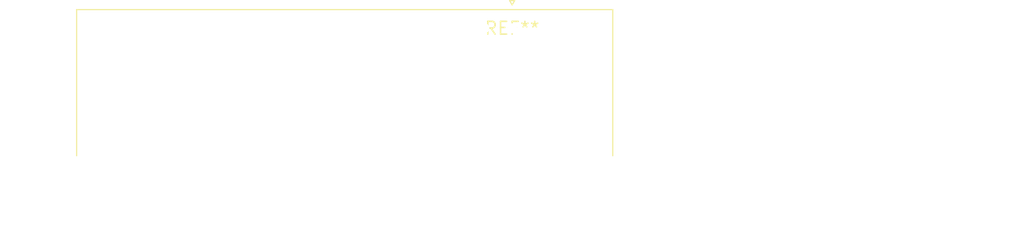
<source format=kicad_pcb>
(kicad_pcb (version 20240108) (generator pcbnew)
  (layers (0 "F.Cu" signal) (31 "B.Cu" signal) (34 "B.Paste" user) (35 "F.Paste" user) (36 "B.SilkS" user "B.Silkscreen") (37 "F.SilkS" user "F.Silkscreen") (38 "B.Mask" user) (39 "F.Mask" user) (44 "Edge.Cuts" user))
  (net 0 "")
  (footprint "DSUB-25_Female_Horizontal_P2.77x2.84mm_EdgePinOffset9.90mm_Housed_MountingHolesOffset11.32mm" (layer "F.Cu") (at 0 0)
    (property "Reference" "REF**")
    (property "Value" "DSUB-25_Female_Horizontal_P2.77x2.84mm_EdgePinOffset9.90mm_Housed_MountingHolesOffset11.32mm")
    (fp_line (start -43.23 -1.86) (end 9.99 -1.86) (layer "F.SilkS") (stroke (width 0.12)))
    (fp_line (start -43.23 12.68) (end -43.23 -1.86) (layer "F.SilkS") (stroke (width 0.12)))
    (fp_line (start -0.25 -2.754338) (end 0.25 -2.754338) (layer "F.SilkS") (stroke (width 0.12)))
    (fp_line (start 0 -2.321325) (end -0.25 -2.754338) (layer "F.SilkS") (stroke (width 0.12)))
    (fp_line (start 0.25 -2.754338) (end 0 -2.321325) (layer "F.SilkS") (stroke (width 0.12)))
    (fp_line (start 9.99 -1.86) (end 9.99 12.68) (layer "F.SilkS") (stroke (width 0.12)))
    (pad "0" thru_hole circle (at -40.17 1.42) (size 4 4) (drill 3.2) (layers *.Cu *.Mask) (remove_unused_layers))
    (pad "0" thru_hole circle (at 6.93 1.42) (size 4 4) (drill 3.2) (layers *.Cu *.Mask) (remove_unused_layers))
    (pad "1" thru_hole rect (at 0 0) (size 1.6 1.6) (drill 1) (layers *.Cu *.Mask) (remove_unused_layers))
    (pad "2" thru_hole circle (at -2.77 0) (size 1.6 1.6) (drill 1) (layers *.Cu *.Mask) (remove_unused_layers))
    (pad "3" thru_hole circle (at -5.54 0) (size 1.6 1.6) (drill 1) (layers *.Cu *.Mask) (remove_unused_layers))
    (pad "4" thru_hole circle (at -8.31 0) (size 1.6 1.6) (drill 1) (layers *.Cu *.Mask) (remove_unused_layers))
    (pad "5" thru_hole circle (at -11.08 0) (size 1.6 1.6) (drill 1) (layers *.Cu *.Mask) (remove_unused_layers))
    (pad "6" thru_hole circle (at -13.85 0) (size 1.6 1.6) (drill 1) (layers *.Cu *.Mask) (remove_unused_layers))
    (pad "7" thru_hole circle (at -16.62 0) (size 1.6 1.6) (drill 1) (layers *.Cu *.Mask) (remove_unused_layers))
    (pad "8" thru_hole circle (at -19.39 0) (size 1.6 1.6) (drill 1) (layers *.Cu *.Mask) (remove_unused_layers))
    (pad "9" thru_hole circle (at -22.16 0) (size 1.6 1.6) (drill 1) (layers *.Cu *.Mask) (remove_unused_layers))
    (pad "10" thru_hole circle (at -24.93 0) (size 1.6 1.6) (drill 1) (layers *.Cu *.Mask) (remove_unused_layers))
    (pad "11" thru_hole circle (at -27.7 0) (size 1.6 1.6) (drill 1) (layers *.Cu *.Mask) (remove_unused_layers))
    (pad "12" thru_hole circle (at -30.47 0) (size 1.6 1.6) (drill 1) (layers *.Cu *.Mask) (remove_unused_layers))
    (pad "13" thru_hole circle (at -33.24 0) (size 1.6 1.6) (drill 1) (layers *.Cu *.Mask) (remove_unused_layers))
    (pad "14" thru_hole circle (at -1.385 2.84) (size 1.6 1.6) (drill 1) (layers *.Cu *.Mask) (remove_unused_layers))
    (pad "15" thru_hole circle (at -4.155 2.84) (size 1.6 1.6) (drill 1) (layers *.Cu *.Mask) (remove_unused_layers))
    (pad "16" thru_hole circle (at -6.925 2.84) (size 1.6 1.6) (drill 1) (layers *.Cu *.Mask) (remove_unused_layers))
    (pad "17" thru_hole circle (at -9.695 2.84) (size 1.6 1.6) (drill 1) (layers *.Cu *.Mask) (remove_unused_layers))
    (pad "18" thru_hole circle (at -12.465 2.84) (size 1.6 1.6) (drill 1) (layers *.Cu *.Mask) (remove_unused_layers))
    (pad "19" thru_hole circle (at -15.235 2.84) (size 1.6 1.6) (drill 1) (layers *.Cu *.Mask) (remove_unused_layers))
    (pad "20" thru_hole circle (at -18.005 2.84) (size 1.6 1.6) (drill 1) (layers *.Cu *.Mask) (remove_unused_layers))
    (pad "21" thru_hole circle (at -20.775 2.84) (size 1.6 1.6) (drill 1) (layers *.Cu *.Mask) (remove_unused_layers))
    (pad "22" thru_hole circle (at -23.545 2.84) (size 1.6 1.6) (drill 1) (layers *.Cu *.Mask) (remove_unused_layers))
    (pad "23" thru_hole circle (at -26.315 2.84) (size 1.6 1.6) (drill 1) (layers *.Cu *.Mask) (remove_unused_layers))
    (pad "24" thru_hole circle (at -29.085 2.84) (size 1.6 1.6) (drill 1) (layers *.Cu *.Mask) (remove_unused_layers))
    (pad "25" thru_hole circle (at -31.855 2.84) (size 1.6 1.6) (drill 1) (layers *.Cu *.Mask) (remove_unused_layers))
  )
)
</source>
